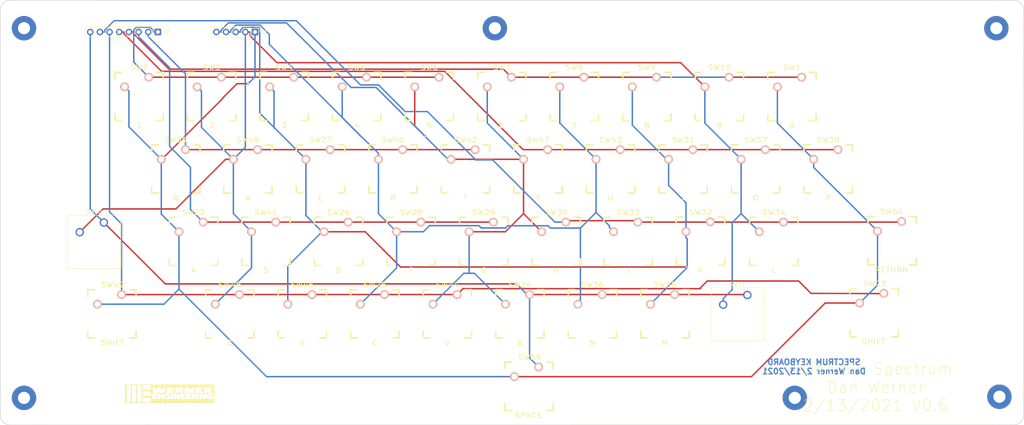
<source format=kicad_pcb>
(kicad_pcb (version 20171130) (host pcbnew "(5.1.5)-3")
  (layers (0 F.Cu signal) (31 B.Cu signal) (34 B.Paste user) (35 F.Paste user) (36 B.SilkS user) (37 F.SilkS user) (38 B.Mask user) (39 F.Mask user) (44 Edge.Cuts user))
  (net 0 "")
  (net 1 C8)
  (net 2 C7)
  (net 3 C6)
  (net 4 C5)
  (net 5 C4)
  (net 6 C3)
  (net 7 C2)
  (net 8 C1)
  (net 9 R5)
  (net 10 R4)
  (net 11 R3)
  (net 12 R2)
  (net 13 R1)
  (module logo:we_vsmall_neg (layer F.Cu) (at 79.82 202.6)
    (fp_text reference G*** hide)
    (fp_text value LOGO hide)
  )
  (module Button_Switch_Keyboard:SW_Cherry_MX_1.00u_PCB (layer F.Cu) (at 231.5 176.65)
    (fp_text reference SW11 (at -2.54 -2.794) (layer F.SilkS))
    (fp_text value SYMBOLSHIFT)
    (pad "" np_thru_hole circle (at 2.54 5.08) (size 1.7 1.7) (drill 1.7) (layers *.Cu *.Mask))
    (pad "" np_thru_hole circle (at -7.62 5.08) (size 1.7 1.7) (drill 1.7) (layers *.Cu *.Mask))
    (pad "" np_thru_hole circle (at -2.54 5.08) (size 4 4) (drill 4) (layers *.Cu *.Mask))
    (pad 2 thru_hole circle (at -6.35 2.54) (size 2.2 2.2) (drill 1.5) (layers *.Cu *.Mask) (net 12 R2))
    (pad 1 thru_hole circle (at 0 0) (size 2.2 2.2) (drill 1.5) (layers *.Cu *.Mask) (net 1 C8))
  )
  (module Button_Switch_Keyboard:SW_Cherry_MX_1.75u_PCB (layer F.Cu) (at 62.5 157.6)
    (fp_text reference SW50 (at -2.54 -2.794) (layer F.SilkS))
    (fp_text value SYMBOLSHIFT)
    (pad "" np_thru_hole circle (at 2.54 5.08) (size 1.7 1.7) (drill 1.7) (layers *.Cu *.Mask))
    (pad "" np_thru_hole circle (at -7.62 5.08) (size 1.7 1.7) (drill 1.7) (layers *.Cu *.Mask))
    (pad "" np_thru_hole circle (at -2.54 5.08) (size 4 4) (drill 4) (layers *.Cu *.Mask))
    (pad 2 thru_hole circle (at -6.35 2.54) (size 2.2 2.2) (drill 1.5) (layers *.Cu *.Mask) (net 12 R2))
    (pad 1 thru_hole circle (at 0 0) (size 2.2 2.2) (drill 1.5) (layers *.Cu *.Mask) (net 1 C8))
  )
  (module Connector_PinHeader_2.54mm:PinHeader_1x05_P2.54mm_Vertical (layer F.Cu) (at 102.2 107.5 270)
    (fp_text reference J2 (at 0 -2.33 90) (layer F.SilkS))
    (fp_text value Conn_01x05_Male)
    (pad 5 thru_hole oval (at 0 10.16 270) (size 1.7 1.7) (drill 1) (layers *.Cu *.Mask) (net 9 R5))
    (pad 4 thru_hole oval (at 0 7.62 270) (size 1.7 1.7) (drill 1) (layers *.Cu *.Mask) (net 10 R4))
    (pad 3 thru_hole oval (at 0 5.08 270) (size 1.7 1.7) (drill 1) (layers *.Cu *.Mask) (net 11 R3))
    (pad 2 thru_hole oval (at 0 2.54 270) (size 1.7 1.7) (drill 1) (layers *.Cu *.Mask) (net 12 R2))
    (pad 1 thru_hole rect (at 0 0 270) (size 1.7 1.7) (drill 1) (layers *.Cu *.Mask) (net 13 R1))
  )
  (module Connector_PinHeader_2.54mm:PinHeader_1x08_P2.54mm_Vertical (layer F.Cu) (at 76.7 107.5 270)
    (fp_text reference J1 (at 0 -2.33 90) (layer F.SilkS))
    (fp_text value Conn_01x08_Male)
    (pad 8 thru_hole oval (at 0 17.78 270) (size 1.7 1.7) (drill 1) (layers *.Cu *.Mask) (net 1 C8))
    (pad 7 thru_hole oval (at 0 15.24 270) (size 1.7 1.7) (drill 1) (layers *.Cu *.Mask) (net 2 C7))
    (pad 6 thru_hole oval (at 0 12.7 270) (size 1.7 1.7) (drill 1) (layers *.Cu *.Mask) (net 3 C6))
    (pad 5 thru_hole oval (at 0 10.16 270) (size 1.7 1.7) (drill 1) (layers *.Cu *.Mask) (net 4 C5))
    (pad 4 thru_hole oval (at 0 7.62 270) (size 1.7 1.7) (drill 1) (layers *.Cu *.Mask) (net 5 C4))
    (pad 3 thru_hole oval (at 0 5.08 270) (size 1.7 1.7) (drill 1) (layers *.Cu *.Mask) (net 6 C3))
    (pad 2 thru_hole oval (at 0 2.54 270) (size 1.7 1.7) (drill 1) (layers *.Cu *.Mask) (net 7 C2))
    (pad 1 thru_hole rect (at 0 0 270) (size 1.7 1.7) (drill 1) (layers *.Cu *.Mask) (net 8 C1))
  )
  (module MountingHole:MountingHole_3.2mm_M3_Pad (layer F.Cu) (at 165.2 106.5)
    (fp_text reference H8 hide)
    (fp_text value MountingHole)
    (pad 1 thru_hole circle (at 0 0) (size 6.4 6.4) (drill 3.2) (layers *.Cu *.Mask))
  )
  (module MountingHole:MountingHole_3.2mm_M3_Pad (layer F.Cu) (at 41.529 203.708)
    (fp_text reference H6 hide)
    (fp_text value MountingHole)
    (pad 1 thru_hole circle (at 0 0) (size 6.4 6.4) (drill 3.2) (layers *.Cu *.Mask))
  )
  (module MountingHole:MountingHole_3.2mm_M3_Pad (layer F.Cu) (at 297.7 203.4)
    (fp_text reference H5 hide)
    (fp_text value MountingHole)
    (pad 1 thru_hole circle (at 0 0) (size 6.4 6.4) (drill 3.2) (layers *.Cu *.Mask))
  )
  (module MountingHole:MountingHole_3.2mm_M3_Pad (layer F.Cu) (at 41.529 106.5)
    (fp_text reference H4 hide)
    (fp_text value MountingHole)
    (pad 1 thru_hole circle (at 0 0) (size 6.4 6.4) (drill 3.2) (layers *.Cu *.Mask))
  )
  (module MountingHole:MountingHole_3.2mm_M3_Pad (layer F.Cu) (at 243.967 203.708)
    (fp_text reference H3 hide)
    (fp_text value MountingHole)
    (pad 1 thru_hole circle (at 0 0) (size 6.4 6.4) (drill 3.2) (layers *.Cu *.Mask))
  )
  (module MountingHole:MountingHole_3.2mm_M3_Pad (layer F.Cu) (at 296.9 106.5)
    (fp_text reference H1 hide)
    (fp_text value MountingHole)
    (pad 1 thru_hole circle (at 0 0) (size 6.4 6.4) (drill 3.2) (layers *.Cu *.Mask))
  )
  (module Cherry_MX:CHERRY_PCB_100H (layer F.Cu) (at 243.205 124.46)
    (fp_text reference SW1 (at 0 -7.62) (layer F.SilkS) (effects (font (size 1.27 1.524) (thickness 0.2032))))
    (fp_text value 0 (at 0 7.62) (layer F.SilkS) (effects (font (size 1.27 1.524) (thickness 0.2032))))
    (pad 1 thru_hole circle (at 2.54 -5.08) (size 2.286 2.286) (drill 1.4986) (layers *.Cu *.SilkS *.Mask) (net 5 C4))
    (pad 2 thru_hole circle (at -3.81 -2.54) (size 2.286 2.286) (drill 1.4986) (layers *.Cu *.SilkS *.Mask) (net 13 R1))
    (pad HOLE np_thru_hole circle (at 0 0) (size 3.9878 3.9878) (drill 3.9878) (layers *.Cu))
    (pad HOLE np_thru_hole circle (at -5.08 0) (size 1.7018 1.7018) (drill 1.7018) (layers *.Cu))
    (pad HOLE np_thru_hole circle (at 5.08 0) (size 1.7018 1.7018) (drill 1.7018) (layers *.Cu))
  )
  (module Cherry_MX:CHERRY_PCB_100H (layer F.Cu) (at 71.755 124.46)
    (fp_text reference SW2 (at 0 -7.62) (layer F.SilkS) (effects (font (size 1.27 1.524) (thickness 0.2032))))
    (fp_text value 1 (at 0 7.62) (layer F.SilkS) (effects (font (size 1.27 1.524) (thickness 0.2032))))
    (pad 1 thru_hole circle (at 2.54 -5.08) (size 2.286 2.286) (drill 1.4986) (layers *.Cu *.SilkS *.Mask) (net 8 C1))
    (pad 2 thru_hole circle (at -3.81 -2.54) (size 2.286 2.286) (drill 1.4986) (layers *.Cu *.SilkS *.Mask) (net 13 R1))
    (pad HOLE np_thru_hole circle (at 0 0) (size 3.9878 3.9878) (drill 3.9878) (layers *.Cu))
    (pad HOLE np_thru_hole circle (at -5.08 0) (size 1.7018 1.7018) (drill 1.7018) (layers *.Cu))
    (pad HOLE np_thru_hole circle (at 5.08 0) (size 1.7018 1.7018) (drill 1.7018) (layers *.Cu))
  )
  (module Cherry_MX:CHERRY_PCB_100H (layer F.Cu) (at 90.805 124.46)
    (fp_text reference SW3 (at 0 -7.62) (layer F.SilkS) (effects (font (size 1.27 1.524) (thickness 0.2032))))
    (fp_text value 2 (at 0 7.62) (layer F.SilkS) (effects (font (size 1.27 1.524) (thickness 0.2032))))
    (pad 1 thru_hole circle (at 2.54 -5.08) (size 2.286 2.286) (drill 1.4986) (layers *.Cu *.SilkS *.Mask) (net 8 C1))
    (pad 2 thru_hole circle (at -3.81 -2.54) (size 2.286 2.286) (drill 1.4986) (layers *.Cu *.SilkS *.Mask) (net 12 R2))
    (pad HOLE np_thru_hole circle (at 0 0) (size 3.9878 3.9878) (drill 3.9878) (layers *.Cu))
    (pad HOLE np_thru_hole circle (at -5.08 0) (size 1.7018 1.7018) (drill 1.7018) (layers *.Cu))
    (pad HOLE np_thru_hole circle (at 5.08 0) (size 1.7018 1.7018) (drill 1.7018) (layers *.Cu))
  )
  (module Cherry_MX:CHERRY_PCB_100H (layer F.Cu) (at 109.855 124.46)
    (fp_text reference SW4 (at 0 -7.62) (layer F.SilkS) (effects (font (size 1.27 1.524) (thickness 0.2032))))
    (fp_text value 3 (at 0 7.62) (layer F.SilkS) (effects (font (size 1.27 1.524) (thickness 0.2032))))
    (pad 1 thru_hole circle (at 2.54 -5.08) (size 2.286 2.286) (drill 1.4986) (layers *.Cu *.SilkS *.Mask) (net 8 C1))
    (pad 2 thru_hole circle (at -3.81 -2.54) (size 2.286 2.286) (drill 1.4986) (layers *.Cu *.SilkS *.Mask) (net 11 R3))
    (pad HOLE np_thru_hole circle (at 0 0) (size 3.9878 3.9878) (drill 3.9878) (layers *.Cu))
    (pad HOLE np_thru_hole circle (at -5.08 0) (size 1.7018 1.7018) (drill 1.7018) (layers *.Cu))
    (pad HOLE np_thru_hole circle (at 5.08 0) (size 1.7018 1.7018) (drill 1.7018) (layers *.Cu))
  )
  (module Cherry_MX:CHERRY_PCB_100H (layer F.Cu) (at 128.905 124.46)
    (fp_text reference SW5 (at 0 -7.62) (layer F.SilkS) (effects (font (size 1.27 1.524) (thickness 0.2032))))
    (fp_text value 4 (at 0 7.62) (layer F.SilkS) (effects (font (size 1.27 1.524) (thickness 0.2032))))
    (pad 1 thru_hole circle (at 2.54 -5.08) (size 2.286 2.286) (drill 1.4986) (layers *.Cu *.SilkS *.Mask) (net 8 C1))
    (pad 2 thru_hole circle (at -3.81 -2.54) (size 2.286 2.286) (drill 1.4986) (layers *.Cu *.SilkS *.Mask) (net 10 R4))
    (pad HOLE np_thru_hole circle (at 0 0) (size 3.9878 3.9878) (drill 3.9878) (layers *.Cu))
    (pad HOLE np_thru_hole circle (at -5.08 0) (size 1.7018 1.7018) (drill 1.7018) (layers *.Cu))
    (pad HOLE np_thru_hole circle (at 5.08 0) (size 1.7018 1.7018) (drill 1.7018) (layers *.Cu))
  )
  (module Cherry_MX:CHERRY_PCB_100H (layer F.Cu) (at 147.955 124.46)
    (fp_text reference SW6 (at 0 -7.62) (layer F.SilkS) (effects (font (size 1.27 1.524) (thickness 0.2032))))
    (fp_text value 5 (at 0 7.62) (layer F.SilkS) (effects (font (size 1.27 1.524) (thickness 0.2032))))
    (pad 1 thru_hole circle (at 2.54 -5.08) (size 2.286 2.286) (drill 1.4986) (layers *.Cu *.SilkS *.Mask) (net 8 C1))
    (pad 2 thru_hole circle (at -3.81 -2.54) (size 2.286 2.286) (drill 1.4986) (layers *.Cu *.SilkS *.Mask) (net 9 R5))
    (pad HOLE np_thru_hole circle (at 0 0) (size 3.9878 3.9878) (drill 3.9878) (layers *.Cu))
    (pad HOLE np_thru_hole circle (at -5.08 0) (size 1.7018 1.7018) (drill 1.7018) (layers *.Cu))
    (pad HOLE np_thru_hole circle (at 5.08 0) (size 1.7018 1.7018) (drill 1.7018) (layers *.Cu))
  )
  (module Cherry_MX:CHERRY_PCB_100H (layer F.Cu) (at 167.005 124.46)
    (fp_text reference SW7 (at 0 -7.62) (layer F.SilkS) (effects (font (size 1.27 1.524) (thickness 0.2032))))
    (fp_text value 6 (at 0 7.62) (layer F.SilkS) (effects (font (size 1.27 1.524) (thickness 0.2032))))
    (pad 1 thru_hole circle (at 2.54 -5.08) (size 2.286 2.286) (drill 1.4986) (layers *.Cu *.SilkS *.Mask) (net 5 C4))
    (pad 2 thru_hole circle (at -3.81 -2.54) (size 2.286 2.286) (drill 1.4986) (layers *.Cu *.SilkS *.Mask) (net 9 R5))
    (pad HOLE np_thru_hole circle (at 0 0) (size 3.9878 3.9878) (drill 3.9878) (layers *.Cu))
    (pad HOLE np_thru_hole circle (at -5.08 0) (size 1.7018 1.7018) (drill 1.7018) (layers *.Cu))
    (pad HOLE np_thru_hole circle (at 5.08 0) (size 1.7018 1.7018) (drill 1.7018) (layers *.Cu))
  )
  (module Cherry_MX:CHERRY_PCB_100H (layer F.Cu) (at 186.055 124.46)
    (fp_text reference SW8 (at 0 -7.62) (layer F.SilkS) (effects (font (size 1.27 1.524) (thickness 0.2032))))
    (fp_text value 7 (at 0 7.62) (layer F.SilkS) (effects (font (size 1.27 1.524) (thickness 0.2032))))
    (pad 1 thru_hole circle (at 2.54 -5.08) (size 2.286 2.286) (drill 1.4986) (layers *.Cu *.SilkS *.Mask) (net 5 C4))
    (pad 2 thru_hole circle (at -3.81 -2.54) (size 2.286 2.286) (drill 1.4986) (layers *.Cu *.SilkS *.Mask) (net 10 R4))
    (pad HOLE np_thru_hole circle (at 0 0) (size 3.9878 3.9878) (drill 3.9878) (layers *.Cu))
    (pad HOLE np_thru_hole circle (at -5.08 0) (size 1.7018 1.7018) (drill 1.7018) (layers *.Cu))
    (pad HOLE np_thru_hole circle (at 5.08 0) (size 1.7018 1.7018) (drill 1.7018) (layers *.Cu))
  )
  (module Cherry_MX:CHERRY_PCB_100H (layer F.Cu) (at 205.105 124.46)
    (fp_text reference SW9 (at 0 -7.62) (layer F.SilkS) (effects (font (size 1.27 1.524) (thickness 0.2032))))
    (fp_text value 8 (at 0 7.62) (layer F.SilkS) (effects (font (size 1.27 1.524) (thickness 0.2032))))
    (pad 1 thru_hole circle (at 2.54 -5.08) (size 2.286 2.286) (drill 1.4986) (layers *.Cu *.SilkS *.Mask) (net 5 C4))
    (pad 2 thru_hole circle (at -3.81 -2.54) (size 2.286 2.286) (drill 1.4986) (layers *.Cu *.SilkS *.Mask) (net 11 R3))
    (pad HOLE np_thru_hole circle (at 0 0) (size 3.9878 3.9878) (drill 3.9878) (layers *.Cu))
    (pad HOLE np_thru_hole circle (at -5.08 0) (size 1.7018 1.7018) (drill 1.7018) (layers *.Cu))
    (pad HOLE np_thru_hole circle (at 5.08 0) (size 1.7018 1.7018) (drill 1.7018) (layers *.Cu))
  )
  (module Cherry_MX:CHERRY_PCB_100H (layer F.Cu) (at 224.155 124.46)
    (fp_text reference SW10 (at 0 -7.62) (layer F.SilkS) (effects (font (size 1.27 1.524) (thickness 0.2032))))
    (fp_text value 9 (at 0 7.62) (layer F.SilkS) (effects (font (size 1.27 1.524) (thickness 0.2032))))
    (pad 1 thru_hole circle (at 2.54 -5.08) (size 2.286 2.286) (drill 1.4986) (layers *.Cu *.SilkS *.Mask) (net 5 C4))
    (pad 2 thru_hole circle (at -3.81 -2.54) (size 2.286 2.286) (drill 1.4986) (layers *.Cu *.SilkS *.Mask) (net 12 R2))
    (pad HOLE np_thru_hole circle (at 0 0) (size 3.9878 3.9878) (drill 3.9878) (layers *.Cu))
    (pad HOLE np_thru_hole circle (at -5.08 0) (size 1.7018 1.7018) (drill 1.7018) (layers *.Cu))
    (pad HOLE np_thru_hole circle (at 5.08 0) (size 1.7018 1.7018) (drill 1.7018) (layers *.Cu))
  )
  (module Cherry_MX:CHERRY_PCB_100H (layer F.Cu) (at 86.0425 162.56)
    (fp_text reference SW23 (at 0 -7.62) (layer F.SilkS) (effects (font (size 1.27 1.524) (thickness 0.2032))))
    (fp_text value A (at 0 7.62) (layer F.SilkS) (effects (font (size 1.27 1.524) (thickness 0.2032))))
    (pad 1 thru_hole circle (at 2.54 -5.08) (size 2.286 2.286) (drill 1.4986) (layers *.Cu *.SilkS *.Mask) (net 6 C3))
    (pad 2 thru_hole circle (at -3.81 -2.54) (size 2.286 2.286) (drill 1.4986) (layers *.Cu *.SilkS *.Mask) (net 13 R1))
    (pad HOLE np_thru_hole circle (at 0 0) (size 3.9878 3.9878) (drill 3.9878) (layers *.Cu))
    (pad HOLE np_thru_hole circle (at -5.08 0) (size 1.7018 1.7018) (drill 1.7018) (layers *.Cu))
    (pad HOLE np_thru_hole circle (at 5.08 0) (size 1.7018 1.7018) (drill 1.7018) (layers *.Cu))
  )
  (module Cherry_MX:CHERRY_PCB_100H (layer F.Cu) (at 171.768 181.61)
    (fp_text reference SW24 (at 0 -7.62) (layer F.SilkS) (effects (font (size 1.27 1.524) (thickness 0.2032))))
    (fp_text value B (at 0 7.62) (layer F.SilkS) (effects (font (size 1.27 1.524) (thickness 0.2032))))
    (pad 1 thru_hole circle (at 2.54 -5.08) (size 2.286 2.286) (drill 1.4986) (layers *.Cu *.SilkS *.Mask) (net 1 C8))
    (pad 2 thru_hole circle (at -3.81 -2.54) (size 2.286 2.286) (drill 1.4986) (layers *.Cu *.SilkS *.Mask) (net 9 R5))
    (pad HOLE np_thru_hole circle (at 0 0) (size 3.9878 3.9878) (drill 3.9878) (layers *.Cu))
    (pad HOLE np_thru_hole circle (at -5.08 0) (size 1.7018 1.7018) (drill 1.7018) (layers *.Cu))
    (pad HOLE np_thru_hole circle (at 5.08 0) (size 1.7018 1.7018) (drill 1.7018) (layers *.Cu))
  )
  (module Cherry_MX:CHERRY_PCB_100H (layer F.Cu) (at 133.668 181.61)
    (fp_text reference SW25 (at 0 -7.62) (layer F.SilkS) (effects (font (size 1.27 1.524) (thickness 0.2032))))
    (fp_text value C (at 0 7.62) (layer F.SilkS) (effects (font (size 1.27 1.524) (thickness 0.2032))))
    (pad 1 thru_hole circle (at 2.54 -5.08) (size 2.286 2.286) (drill 1.4986) (layers *.Cu *.SilkS *.Mask) (net 3 C6))
    (pad 2 thru_hole circle (at -3.81 -2.54) (size 2.286 2.286) (drill 1.4986) (layers *.Cu *.SilkS *.Mask) (net 10 R4))
    (pad HOLE np_thru_hole circle (at 0 0) (size 3.9878 3.9878) (drill 3.9878) (layers *.Cu))
    (pad HOLE np_thru_hole circle (at -5.08 0) (size 1.7018 1.7018) (drill 1.7018) (layers *.Cu))
    (pad HOLE np_thru_hole circle (at 5.08 0) (size 1.7018 1.7018) (drill 1.7018) (layers *.Cu))
  )
  (module Cherry_MX:CHERRY_PCB_100H (layer F.Cu) (at 124.142 162.56)
    (fp_text reference SW26 (at 0 -7.62) (layer F.SilkS) (effects (font (size 1.27 1.524) (thickness 0.2032))))
    (fp_text value D (at 0 7.62) (layer F.SilkS) (effects (font (size 1.27 1.524) (thickness 0.2032))))
    (pad 1 thru_hole circle (at 2.54 -5.08) (size 2.286 2.286) (drill 1.4986) (layers *.Cu *.SilkS *.Mask) (net 6 C3))
    (pad 2 thru_hole circle (at -3.81 -2.54) (size 2.286 2.286) (drill 1.4986) (layers *.Cu *.SilkS *.Mask) (net 11 R3))
    (pad HOLE np_thru_hole circle (at 0 0) (size 3.9878 3.9878) (drill 3.9878) (layers *.Cu))
    (pad HOLE np_thru_hole circle (at -5.08 0) (size 1.7018 1.7018) (drill 1.7018) (layers *.Cu))
    (pad HOLE np_thru_hole circle (at 5.08 0) (size 1.7018 1.7018) (drill 1.7018) (layers *.Cu))
  )
  (module Cherry_MX:CHERRY_PCB_100H (layer F.Cu) (at 119.38 143.51)
    (fp_text reference SW27 (at 0 -7.62) (layer F.SilkS) (effects (font (size 1.27 1.524) (thickness 0.2032))))
    (fp_text value E (at 0 7.62) (layer F.SilkS) (effects (font (size 1.27 1.524) (thickness 0.2032))))
    (pad 1 thru_hole circle (at 2.54 -5.08) (size 2.286 2.286) (drill 1.4986) (layers *.Cu *.SilkS *.Mask) (net 7 C2))
    (pad 2 thru_hole circle (at -3.81 -2.54) (size 2.286 2.286) (drill 1.4986) (layers *.Cu *.SilkS *.Mask) (net 11 R3))
    (pad HOLE np_thru_hole circle (at 0 0) (size 3.9878 3.9878) (drill 3.9878) (layers *.Cu))
    (pad HOLE np_thru_hole circle (at -5.08 0) (size 1.7018 1.7018) (drill 1.7018) (layers *.Cu))
    (pad HOLE np_thru_hole circle (at 5.08 0) (size 1.7018 1.7018) (drill 1.7018) (layers *.Cu))
  )
  (module Cherry_MX:CHERRY_PCB_100H (layer F.Cu) (at 143.192 162.56)
    (fp_text reference SW28 (at 0 -7.62) (layer F.SilkS) (effects (font (size 1.27 1.524) (thickness 0.2032))))
    (fp_text value F (at 0 7.62) (layer F.SilkS) (effects (font (size 1.27 1.524) (thickness 0.2032))))
    (pad 1 thru_hole circle (at 2.54 -5.08) (size 2.286 2.286) (drill 1.4986) (layers *.Cu *.SilkS *.Mask) (net 6 C3))
    (pad 2 thru_hole circle (at -3.81 -2.54) (size 2.286 2.286) (drill 1.4986) (layers *.Cu *.SilkS *.Mask) (net 10 R4))
    (pad HOLE np_thru_hole circle (at 0 0) (size 3.9878 3.9878) (drill 3.9878) (layers *.Cu))
    (pad HOLE np_thru_hole circle (at -5.08 0) (size 1.7018 1.7018) (drill 1.7018) (layers *.Cu))
    (pad HOLE np_thru_hole circle (at 5.08 0) (size 1.7018 1.7018) (drill 1.7018) (layers *.Cu))
  )
  (module Cherry_MX:CHERRY_PCB_100H (layer F.Cu) (at 162.242 162.56)
    (fp_text reference SW29 (at 0 -7.62) (layer F.SilkS) (effects (font (size 1.27 1.524) (thickness 0.2032))))
    (fp_text value G (at 0 7.62) (layer F.SilkS) (effects (font (size 1.27 1.524) (thickness 0.2032))))
    (pad 1 thru_hole circle (at 2.54 -5.08) (size 2.286 2.286) (drill 1.4986) (layers *.Cu *.SilkS *.Mask) (net 6 C3))
    (pad 2 thru_hole circle (at -3.81 -2.54) (size 2.286 2.286) (drill 1.4986) (layers *.Cu *.SilkS *.Mask) (net 9 R5))
    (pad HOLE np_thru_hole circle (at 0 0) (size 3.9878 3.9878) (drill 3.9878) (layers *.Cu))
    (pad HOLE np_thru_hole circle (at -5.08 0) (size 1.7018 1.7018) (drill 1.7018) (layers *.Cu))
    (pad HOLE np_thru_hole circle (at 5.08 0) (size 1.7018 1.7018) (drill 1.7018) (layers *.Cu))
  )
  (module Cherry_MX:CHERRY_PCB_100H (layer F.Cu) (at 181.292 162.56)
    (fp_text reference SW30 (at 0 -7.62) (layer F.SilkS) (effects (font (size 1.27 1.524) (thickness 0.2032))))
    (fp_text value H (at 0 7.62) (layer F.SilkS) (effects (font (size 1.27 1.524) (thickness 0.2032))))
    (pad 1 thru_hole circle (at 2.54 -5.08) (size 2.286 2.286) (drill 1.4986) (layers *.Cu *.SilkS *.Mask) (net 2 C7))
    (pad 2 thru_hole circle (at -3.81 -2.54) (size 2.286 2.286) (drill 1.4986) (layers *.Cu *.SilkS *.Mask) (net 9 R5))
    (pad HOLE np_thru_hole circle (at 0 0) (size 3.9878 3.9878) (drill 3.9878) (layers *.Cu))
    (pad HOLE np_thru_hole circle (at -5.08 0) (size 1.7018 1.7018) (drill 1.7018) (layers *.Cu))
    (pad HOLE np_thru_hole circle (at 5.08 0) (size 1.7018 1.7018) (drill 1.7018) (layers *.Cu))
  )
  (module Cherry_MX:CHERRY_PCB_100H (layer F.Cu) (at 214.63 143.51)
    (fp_text reference SW31 (at 0 -7.62) (layer F.SilkS) (effects (font (size 1.27 1.524) (thickness 0.2032))))
    (fp_text value I (at 0 7.62) (layer F.SilkS) (effects (font (size 1.27 1.524) (thickness 0.2032))))
    (pad 1 thru_hole circle (at 2.54 -5.08) (size 2.286 2.286) (drill 1.4986) (layers *.Cu *.SilkS *.Mask) (net 4 C5))
    (pad 2 thru_hole circle (at -3.81 -2.54) (size 2.286 2.286) (drill 1.4986) (layers *.Cu *.SilkS *.Mask) (net 11 R3))
    (pad HOLE np_thru_hole circle (at 0 0) (size 3.9878 3.9878) (drill 3.9878) (layers *.Cu))
    (pad HOLE np_thru_hole circle (at -5.08 0) (size 1.7018 1.7018) (drill 1.7018) (layers *.Cu))
    (pad HOLE np_thru_hole circle (at 5.08 0) (size 1.7018 1.7018) (drill 1.7018) (layers *.Cu))
  )
  (module Cherry_MX:CHERRY_PCB_100H (layer F.Cu) (at 219.2 162.5)
    (fp_text reference SW32 (at 0 -7.62) (layer F.SilkS) (effects (font (size 1.27 1.524) (thickness 0.2032))))
    (fp_text value K (at 0 7.62) (layer F.SilkS) (effects (font (size 1.27 1.524) (thickness 0.2032))))
    (pad 1 thru_hole circle (at 2.54 -5.08) (size 2.286 2.286) (drill 1.4986) (layers *.Cu *.SilkS *.Mask) (net 2 C7))
    (pad 2 thru_hole circle (at -3.81 -2.54) (size 2.286 2.286) (drill 1.4986) (layers *.Cu *.SilkS *.Mask) (net 11 R3))
    (pad HOLE np_thru_hole circle (at 0 0) (size 3.9878 3.9878) (drill 3.9878) (layers *.Cu))
    (pad HOLE np_thru_hole circle (at -5.08 0) (size 1.7018 1.7018) (drill 1.7018) (layers *.Cu))
    (pad HOLE np_thru_hole circle (at 5.08 0) (size 1.7018 1.7018) (drill 1.7018) (layers *.Cu))
  )
  (module Cherry_MX:CHERRY_PCB_100H (layer F.Cu) (at 200.2 162.56)
    (fp_text reference SW33 (at 0 -7.62) (layer F.SilkS) (effects (font (size 1.27 1.524) (thickness 0.2032))))
    (fp_text value J (at 0 7.62) (layer F.SilkS) (effects (font (size 1.27 1.524) (thickness 0.2032))))
    (pad 1 thru_hole circle (at 2.54 -5.08) (size 2.286 2.286) (drill 1.4986) (layers *.Cu *.SilkS *.Mask) (net 2 C7))
    (pad 2 thru_hole circle (at -3.81 -2.54) (size 2.286 2.286) (drill 1.4986) (layers *.Cu *.SilkS *.Mask) (net 10 R4))
    (pad HOLE np_thru_hole circle (at 0 0) (size 3.9878 3.9878) (drill 3.9878) (layers *.Cu))
    (pad HOLE np_thru_hole circle (at -5.08 0) (size 1.7018 1.7018) (drill 1.7018) (layers *.Cu))
    (pad HOLE np_thru_hole circle (at 5.08 0) (size 1.7018 1.7018) (drill 1.7018) (layers *.Cu))
  )
  (module Cherry_MX:CHERRY_PCB_100H (layer F.Cu) (at 238.442 162.56)
    (fp_text reference SW34 (at 0 -7.62) (layer F.SilkS) (effects (font (size 1.27 1.524) (thickness 0.2032))))
    (fp_text value L (at 0 7.62) (layer F.SilkS) (effects (font (size 1.27 1.524) (thickness 0.2032))))
    (pad 1 thru_hole circle (at 2.54 -5.08) (size 2.286 2.286) (drill 1.4986) (layers *.Cu *.SilkS *.Mask) (net 2 C7))
    (pad 2 thru_hole circle (at -3.81 -2.54) (size 2.286 2.286) (drill 1.4986) (layers *.Cu *.SilkS *.Mask) (net 12 R2))
    (pad HOLE np_thru_hole circle (at 0 0) (size 3.9878 3.9878) (drill 3.9878) (layers *.Cu))
    (pad HOLE np_thru_hole circle (at -5.08 0) (size 1.7018 1.7018) (drill 1.7018) (layers *.Cu))
    (pad HOLE np_thru_hole circle (at 5.08 0) (size 1.7018 1.7018) (drill 1.7018) (layers *.Cu))
  )
  (module Cherry_MX:CHERRY_PCB_100H (layer F.Cu) (at 209.868 181.61)
    (fp_text reference SW35 (at 0 -7.62) (layer F.SilkS) (effects (font (size 1.27 1.524) (thickness 0.2032))))
    (fp_text value M (at 0 7.62) (layer F.SilkS) (effects (font (size 1.27 1.524) (thickness 0.2032))))
    (pad 1 thru_hole circle (at 2.54 -5.08) (size 2.286 2.286) (drill 1.4986) (layers *.Cu *.SilkS *.Mask) (net 1 C8))
    (pad 2 thru_hole circle (at -3.81 -2.54) (size 2.286 2.286) (drill 1.4986) (layers *.Cu *.SilkS *.Mask) (net 11 R3))
    (pad HOLE np_thru_hole circle (at 0 0) (size 3.9878 3.9878) (drill 3.9878) (layers *.Cu))
    (pad HOLE np_thru_hole circle (at -5.08 0) (size 1.7018 1.7018) (drill 1.7018) (layers *.Cu))
    (pad HOLE np_thru_hole circle (at 5.08 0) (size 1.7018 1.7018) (drill 1.7018) (layers *.Cu))
  )
  (module Cherry_MX:CHERRY_PCB_100H (layer F.Cu) (at 190.818 181.61)
    (fp_text reference SW36 (at 0 -7.62) (layer F.SilkS) (effects (font (size 1.27 1.524) (thickness 0.2032))))
    (fp_text value N (at 0 7.62) (layer F.SilkS) (effects (font (size 1.27 1.524) (thickness 0.2032))))
    (pad 1 thru_hole circle (at 2.54 -5.08) (size 2.286 2.286) (drill 1.4986) (layers *.Cu *.SilkS *.Mask) (net 1 C8))
    (pad 2 thru_hole circle (at -3.81 -2.54) (size 2.286 2.286) (drill 1.4986) (layers *.Cu *.SilkS *.Mask) (net 10 R4))
    (pad HOLE np_thru_hole circle (at 0 0) (size 3.9878 3.9878) (drill 3.9878) (layers *.Cu))
    (pad HOLE np_thru_hole circle (at -5.08 0) (size 1.7018 1.7018) (drill 1.7018) (layers *.Cu))
    (pad HOLE np_thru_hole circle (at 5.08 0) (size 1.7018 1.7018) (drill 1.7018) (layers *.Cu))
  )
  (module Cherry_MX:CHERRY_PCB_100H (layer F.Cu) (at 233.68 143.51)
    (fp_text reference SW37 (at 0 -7.62) (layer F.SilkS) (effects (font (size 1.27 1.524) (thickness 0.2032))))
    (fp_text value O (at 0 7.62) (layer F.SilkS) (effects (font (size 1.27 1.524) (thickness 0.2032))))
    (pad 1 thru_hole circle (at 2.54 -5.08) (size 2.286 2.286) (drill 1.4986) (layers *.Cu *.SilkS *.Mask) (net 4 C5))
    (pad 2 thru_hole circle (at -3.81 -2.54) (size 2.286 2.286) (drill 1.4986) (layers *.Cu *.SilkS *.Mask) (net 12 R2))
    (pad HOLE np_thru_hole circle (at 0 0) (size 3.9878 3.9878) (drill 3.9878) (layers *.Cu))
    (pad HOLE np_thru_hole circle (at -5.08 0) (size 1.7018 1.7018) (drill 1.7018) (layers *.Cu))
    (pad HOLE np_thru_hole circle (at 5.08 0) (size 1.7018 1.7018) (drill 1.7018) (layers *.Cu))
  )
  (module Cherry_MX:CHERRY_PCB_100H (layer F.Cu) (at 252.73 143.51)
    (fp_text reference SW38 (at 0 -7.62) (layer F.SilkS) (effects (font (size 1.27 1.524) (thickness 0.2032))))
    (fp_text value P (at 0 7.62) (layer F.SilkS) (effects (font (size 1.27 1.524) (thickness 0.2032))))
    (pad 1 thru_hole circle (at 2.54 -5.08) (size 2.286 2.286) (drill 1.4986) (layers *.Cu *.SilkS *.Mask) (net 4 C5))
    (pad 2 thru_hole circle (at -3.81 -2.54) (size 2.286 2.286) (drill 1.4986) (layers *.Cu *.SilkS *.Mask) (net 13 R1))
    (pad HOLE np_thru_hole circle (at 0 0) (size 3.9878 3.9878) (drill 3.9878) (layers *.Cu))
    (pad HOLE np_thru_hole circle (at -5.08 0) (size 1.7018 1.7018) (drill 1.7018) (layers *.Cu))
    (pad HOLE np_thru_hole circle (at 5.08 0) (size 1.7018 1.7018) (drill 1.7018) (layers *.Cu))
  )
  (module Cherry_MX:CHERRY_PCB_100H (layer F.Cu) (at 81.4 143.5)
    (fp_text reference SW39 (at 0 -7.62) (layer F.SilkS) (effects (font (size 1.27 1.524) (thickness 0.2032))))
    (fp_text value Q (at 0 7.62) (layer F.SilkS) (effects (font (size 1.27 1.524) (thickness 0.2032))))
    (pad 1 thru_hole circle (at 2.54 -5.08) (size 2.286 2.286) (drill 1.4986) (layers *.Cu *.SilkS *.Mask) (net 7 C2))
    (pad 2 thru_hole circle (at -3.81 -2.54) (size 2.286 2.286) (drill 1.4986) (layers *.Cu *.SilkS *.Mask) (net 13 R1))
    (pad HOLE np_thru_hole circle (at 0 0) (size 3.9878 3.9878) (drill 3.9878) (layers *.Cu))
    (pad HOLE np_thru_hole circle (at -5.08 0) (size 1.7018 1.7018) (drill 1.7018) (layers *.Cu))
    (pad HOLE np_thru_hole circle (at 5.08 0) (size 1.7018 1.7018) (drill 1.7018) (layers *.Cu))
  )
  (module Cherry_MX:CHERRY_PCB_100H (layer F.Cu) (at 138.43 143.51)
    (fp_text reference SW40 (at 0 -7.62) (layer F.SilkS) (effects (font (size 1.27 1.524) (thickness 0.2032))))
    (fp_text value R (at 0 7.62) (layer F.SilkS) (effects (font (size 1.27 1.524) (thickness 0.2032))))
    (pad 1 thru_hole circle (at 2.54 -5.08) (size 2.286 2.286) (drill 1.4986) (layers *.Cu *.SilkS *.Mask) (net 7 C2))
    (pad 2 thru_hole circle (at -3.81 -2.54) (size 2.286 2.286) (drill 1.4986) (layers *.Cu *.SilkS *.Mask) (net 10 R4))
    (pad HOLE np_thru_hole circle (at 0 0) (size 3.9878 3.9878) (drill 3.9878) (layers *.Cu))
    (pad HOLE np_thru_hole circle (at -5.08 0) (size 1.7018 1.7018) (drill 1.7018) (layers *.Cu))
    (pad HOLE np_thru_hole circle (at 5.08 0) (size 1.7018 1.7018) (drill 1.7018) (layers *.Cu))
  )
  (module Cherry_MX:CHERRY_PCB_100H (layer F.Cu) (at 105.092 162.56)
    (fp_text reference SW41 (at 0 -7.62) (layer F.SilkS) (effects (font (size 1.27 1.524) (thickness 0.2032))))
    (fp_text value S (at 0 7.62) (layer F.SilkS) (effects (font (size 1.27 1.524) (thickness 0.2032))))
    (pad 1 thru_hole circle (at 2.54 -5.08) (size 2.286 2.286) (drill 1.4986) (layers *.Cu *.SilkS *.Mask) (net 6 C3))
    (pad 2 thru_hole circle (at -3.81 -2.54) (size 2.286 2.286) (drill 1.4986) (layers *.Cu *.SilkS *.Mask) (net 12 R2))
    (pad HOLE np_thru_hole circle (at 0 0) (size 3.9878 3.9878) (drill 3.9878) (layers *.Cu))
    (pad HOLE np_thru_hole circle (at -5.08 0) (size 1.7018 1.7018) (drill 1.7018) (layers *.Cu))
    (pad HOLE np_thru_hole circle (at 5.08 0) (size 1.7018 1.7018) (drill 1.7018) (layers *.Cu))
  )
  (module Cherry_MX:CHERRY_PCB_100H (layer F.Cu) (at 157.48 143.51)
    (fp_text reference SW42 (at 0 -7.62) (layer F.SilkS) (effects (font (size 1.27 1.524) (thickness 0.2032))))
    (fp_text value T (at 0 7.62) (layer F.SilkS) (effects (font (size 1.27 1.524) (thickness 0.2032))))
    (pad 1 thru_hole circle (at 2.54 -5.08) (size 2.286 2.286) (drill 1.4986) (layers *.Cu *.SilkS *.Mask) (net 7 C2))
    (pad 2 thru_hole circle (at -3.81 -2.54) (size 2.286 2.286) (drill 1.4986) (layers *.Cu *.SilkS *.Mask) (net 9 R5))
    (pad HOLE np_thru_hole circle (at 0 0) (size 3.9878 3.9878) (drill 3.9878) (layers *.Cu))
    (pad HOLE np_thru_hole circle (at -5.08 0) (size 1.7018 1.7018) (drill 1.7018) (layers *.Cu))
    (pad HOLE np_thru_hole circle (at 5.08 0) (size 1.7018 1.7018) (drill 1.7018) (layers *.Cu))
  )
  (module Cherry_MX:CHERRY_PCB_100H (layer F.Cu) (at 195.58 143.51)
    (fp_text reference SW43 (at 0 -7.62) (layer F.SilkS) (effects (font (size 1.27 1.524) (thickness 0.2032))))
    (fp_text value U (at 0 7.62) (layer F.SilkS) (effects (font (size 1.27 1.524) (thickness 0.2032))))
    (pad 1 thru_hole circle (at 2.54 -5.08) (size 2.286 2.286) (drill 1.4986) (layers *.Cu *.SilkS *.Mask) (net 4 C5))
    (pad 2 thru_hole circle (at -3.81 -2.54) (size 2.286 2.286) (drill 1.4986) (layers *.Cu *.SilkS *.Mask) (net 10 R4))
    (pad HOLE np_thru_hole circle (at 0 0) (size 3.9878 3.9878) (drill 3.9878) (layers *.Cu))
    (pad HOLE np_thru_hole circle (at -5.08 0) (size 1.7018 1.7018) (drill 1.7018) (layers *.Cu))
    (pad HOLE np_thru_hole circle (at 5.08 0) (size 1.7018 1.7018) (drill 1.7018) (layers *.Cu))
  )
  (module Cherry_MX:CHERRY_PCB_100H (layer F.Cu) (at 152.718 181.61)
    (fp_text reference SW44 (at 0 -7.62) (layer F.SilkS) (effects (font (size 1.27 1.524) (thickness 0.2032))))
    (fp_text value V (at 0 7.62) (layer F.SilkS) (effects (font (size 1.27 1.524) (thickness 0.2032))))
    (pad 1 thru_hole circle (at 2.54 -5.08) (size 2.286 2.286) (drill 1.4986) (layers *.Cu *.SilkS *.Mask) (net 3 C6))
    (pad 2 thru_hole circle (at -3.81 -2.54) (size 2.286 2.286) (drill 1.4986) (layers *.Cu *.SilkS *.Mask) (net 9 R5))
    (pad HOLE np_thru_hole circle (at 0 0) (size 3.9878 3.9878) (drill 3.9878) (layers *.Cu))
    (pad HOLE np_thru_hole circle (at -5.08 0) (size 1.7018 1.7018) (drill 1.7018) (layers *.Cu))
    (pad HOLE np_thru_hole circle (at 5.08 0) (size 1.7018 1.7018) (drill 1.7018) (layers *.Cu))
  )
  (module Cherry_MX:CHERRY_PCB_100H (layer F.Cu) (at 100.33 143.51)
    (fp_text reference SW45 (at 0 -7.62) (layer F.SilkS) (effects (font (size 1.27 1.524) (thickness 0.2032))))
    (fp_text value W (at 0 7.62) (layer F.SilkS) (effects (font (size 1.27 1.524) (thickness 0.2032))))
    (pad 1 thru_hole circle (at 2.54 -5.08) (size 2.286 2.286) (drill 1.4986) (layers *.Cu *.SilkS *.Mask) (net 7 C2))
    (pad 2 thru_hole circle (at -3.81 -2.54) (size 2.286 2.286) (drill 1.4986) (layers *.Cu *.SilkS *.Mask) (net 12 R2))
    (pad HOLE np_thru_hole circle (at 0 0) (size 3.9878 3.9878) (drill 3.9878) (layers *.Cu))
    (pad HOLE np_thru_hole circle (at -5.08 0) (size 1.7018 1.7018) (drill 1.7018) (layers *.Cu))
    (pad HOLE np_thru_hole circle (at 5.08 0) (size 1.7018 1.7018) (drill 1.7018) (layers *.Cu))
  )
  (module Cherry_MX:CHERRY_PCB_100H (layer F.Cu) (at 114.618 181.61)
    (fp_text reference SW46 (at 0 -7.62) (layer F.SilkS) (effects (font (size 1.27 1.524) (thickness 0.2032))))
    (fp_text value X (at 0 7.62) (layer F.SilkS) (effects (font (size 1.27 1.524) (thickness 0.2032))))
    (pad 1 thru_hole circle (at 2.54 -5.08) (size 2.286 2.286) (drill 1.4986) (layers *.Cu *.SilkS *.Mask) (net 3 C6))
    (pad 2 thru_hole circle (at -3.81 -2.54) (size 2.286 2.286) (drill 1.4986) (layers *.Cu *.SilkS *.Mask) (net 11 R3))
    (pad HOLE np_thru_hole circle (at 0 0) (size 3.9878 3.9878) (drill 3.9878) (layers *.Cu))
    (pad HOLE np_thru_hole circle (at -5.08 0) (size 1.7018 1.7018) (drill 1.7018) (layers *.Cu))
    (pad HOLE np_thru_hole circle (at 5.08 0) (size 1.7018 1.7018) (drill 1.7018) (layers *.Cu))
  )
  (module Cherry_MX:CHERRY_PCB_100H (layer F.Cu) (at 176.53 143.51)
    (fp_text reference SW47 (at 0 -7.62) (layer F.SilkS) (effects (font (size 1.27 1.524) (thickness 0.2032))))
    (fp_text value Y (at 0 7.62) (layer F.SilkS) (effects (font (size 1.27 1.524) (thickness 0.2032))))
    (pad 1 thru_hole circle (at 2.54 -5.08) (size 2.286 2.286) (drill 1.4986) (layers *.Cu *.SilkS *.Mask) (net 4 C5))
    (pad 2 thru_hole circle (at -3.81 -2.54) (size 2.286 2.286) (drill 1.4986) (layers *.Cu *.SilkS *.Mask) (net 9 R5))
    (pad HOLE np_thru_hole circle (at 0 0) (size 3.9878 3.9878) (drill 3.9878) (layers *.Cu))
    (pad HOLE np_thru_hole circle (at -5.08 0) (size 1.7018 1.7018) (drill 1.7018) (layers *.Cu))
    (pad HOLE np_thru_hole circle (at 5.08 0) (size 1.7018 1.7018) (drill 1.7018) (layers *.Cu))
  )
  (module Cherry_MX:CHERRY_PCB_100H (layer F.Cu) (at 95.5675 181.61)
    (fp_text reference SW48 (at 0 -7.62) (layer F.SilkS) (effects (font (size 1.27 1.524) (thickness 0.2032))))
    (fp_text value Z (at 0 7.62) (layer F.SilkS) (effects (font (size 1.27 1.524) (thickness 0.2032))))
    (pad 1 thru_hole circle (at 2.54 -5.08) (size 2.286 2.286) (drill 1.4986) (layers *.Cu *.SilkS *.Mask) (net 3 C6))
    (pad 2 thru_hole circle (at -3.81 -2.54) (size 2.286 2.286) (drill 1.4986) (layers *.Cu *.SilkS *.Mask) (net 12 R2))
    (pad HOLE np_thru_hole circle (at 0 0) (size 3.9878 3.9878) (drill 3.9878) (layers *.Cu))
    (pad HOLE np_thru_hole circle (at -5.08 0) (size 1.7018 1.7018) (drill 1.7018) (layers *.Cu))
    (pad HOLE np_thru_hole circle (at 5.08 0) (size 1.7018 1.7018) (drill 1.7018) (layers *.Cu))
  )
  (module Cherry_MX:CHERRY_PCB_225H (layer F.Cu) (at 64.6112 181.61)
    (fp_text reference SW49 (at 0.15875 -7.62) (layer F.SilkS) (effects (font (size 1.27 1.524) (thickness 0.2032))))
    (fp_text value SHIFT (at 0.15875 7.62) (layer F.SilkS) (effects (font (size 1.27 1.524) (thickness 0.2032))))
    (pad 1 thru_hole circle (at 2.54 -5.08) (size 2.286 2.286) (drill 1.4986) (layers *.Cu *.SilkS *.Mask) (net 3 C6))
    (pad 2 thru_hole circle (at -3.81 -2.54) (size 2.286 2.286) (drill 1.4986) (layers *.Cu *.SilkS *.Mask) (net 13 R1))
    (pad HOLE np_thru_hole circle (at 0 0) (size 3.9878 3.9878) (drill 3.9878) (layers *.Cu))
    (pad HOLE np_thru_hole circle (at -5.08 0) (size 1.7018 1.7018) (drill 1.7018) (layers *.Cu))
    (pad HOLE np_thru_hole circle (at 5.08 0) (size 1.7018 1.7018) (drill 1.7018) (layers *.Cu))
    (pad HOLE np_thru_hole circle (at -11.938 -6.985) (size 3.048 3.048) (drill 3.048) (layers *.Cu))
    (pad HOLE np_thru_hole circle (at 11.938 -6.985) (size 3.048 3.048) (drill 3.048) (layers *.Cu))
    (pad HOLE np_thru_hole circle (at -11.938 8.255) (size 3.9878 3.9878) (drill 3.9878) (layers *.Cu))
    (pad HOLE np_thru_hole circle (at 11.938 8.255) (size 3.9878 3.9878) (drill 3.9878) (layers *.Cu))
  )
  (module Cherry_MX:CHERRY_PCB_225H (layer F.Cu) (at 269.5 162.4)
    (fp_text reference SW64 (at -0.15875 -7.62) (layer F.SilkS) (effects (font (size 1.27 1.524) (thickness 0.2032))))
    (fp_text value RETURN (at -0.15875 7.62) (layer F.SilkS) (effects (font (size 1.27 1.524) (thickness 0.2032))))
    (pad HOLE np_thru_hole circle (at 11.938 8.255) (size 3.9878 3.9878) (drill 3.9878) (layers *.Cu))
    (pad HOLE np_thru_hole circle (at -11.938 8.255) (size 3.9878 3.9878) (drill 3.9878) (layers *.Cu))
    (pad HOLE np_thru_hole circle (at 11.938 -6.985) (size 3.048 3.048) (drill 3.048) (layers *.Cu))
    (pad HOLE np_thru_hole circle (at -11.938 -6.985) (size 3.048 3.048) (drill 3.048) (layers *.Cu))
    (pad HOLE np_thru_hole circle (at 5.08 0) (size 1.7018 1.7018) (drill 1.7018) (layers *.Cu))
    (pad HOLE np_thru_hole circle (at -5.08 0) (size 1.7018 1.7018) (drill 1.7018) (layers *.Cu))
    (pad HOLE np_thru_hole circle (at 0 0) (size 3.9878 3.9878) (drill 3.9878) (layers *.Cu))
    (pad 2 thru_hole circle (at -3.81 -2.54) (size 2.286 2.286) (drill 1.4986) (layers *.Cu *.SilkS *.Mask) (net 13 R1))
    (pad 1 thru_hole circle (at 2.54 -5.08) (size 2.286 2.286) (drill 1.4986) (layers *.Cu *.SilkS *.Mask) (net 2 C7))
  )
  (module Cherry_MX:CHERRY_PCB_625H (layer F.Cu) (at 174.149 200.66)
    (fp_text reference SW65 (at 0.15875 -7.62) (layer F.SilkS) (effects (font (size 1.27 1.524) (thickness 0.2032))))
    (fp_text value SPACE (at -0.15875 7.62) (layer F.SilkS) (effects (font (size 1.27 1.524) (thickness 0.2032))))
    (pad 1 thru_hole circle (at 2.54 -5.08) (size 2.286 2.286) (drill 1.4986) (layers *.Cu *.SilkS *.Mask) (net 1 C8))
    (pad 2 thru_hole circle (at -3.81 -2.54) (size 2.286 2.286) (drill 1.4986) (layers *.Cu *.SilkS *.Mask) (net 13 R1))
    (pad HOLE np_thru_hole circle (at 0 0) (size 3.9878 3.9878) (drill 3.9878) (layers *.Cu))
    (pad HOLE np_thru_hole circle (at -5.08 0) (size 1.7018 1.7018) (drill 1.7018) (layers *.Cu))
    (pad HOLE np_thru_hole circle (at 5.08 0) (size 1.7018 1.7018) (drill 1.7018) (layers *.Cu))
    (pad HOLE np_thru_hole circle (at -50.038 6.985) (size 3.048 3.048) (drill 3.048) (layers *.Cu))
    (pad HOLE np_thru_hole circle (at 50.038 6.985) (size 3.048 3.048) (drill 3.048) (layers *.Cu))
    (pad HOLE np_thru_hole circle (at -50.038 -8.255) (size 3.9878 3.9878) (drill 3.9878) (layers *.Cu))
    (pad HOLE np_thru_hole circle (at 50.038 -8.255) (size 3.9878 3.9878) (drill 3.9878) (layers *.Cu))
  )
  (module Cherry_MX:CHERRY_PCB_275H (layer F.Cu) (at 264.8 181.3)
    (fp_text reference SW73 (at 0.15875 -7.62) (layer F.SilkS) (effects (font (size 1.27 1.524) (thickness 0.2032))))
    (fp_text value SHIFT (at -0.15875 7.62) (layer F.SilkS) (effects (font (size 1.27 1.524) (thickness 0.2032))))
    (pad 1 thru_hole circle (at 2.54 -5.08) (size 2.286 2.286) (drill 1.4986) (layers *.Cu *.SilkS *.Mask) (net 3 C6))
    (pad 2 thru_hole circle (at -3.81 -2.54) (size 2.286 2.286) (drill 1.4986) (layers *.Cu *.SilkS *.Mask) (net 13 R1))
    (pad HOLE np_thru_hole circle (at 0 0) (size 3.9878 3.9878) (drill 3.9878) (layers *.Cu))
    (pad HOLE np_thru_hole circle (at -5.08 0) (size 1.7018 1.7018) (drill 1.7018) (layers *.Cu))
    (pad HOLE np_thru_hole circle (at 5.08 0) (size 1.7018 1.7018) (drill 1.7018) (layers *.Cu))
    (pad HOLE np_thru_hole circle (at -11.938 -6.985) (size 3.048 3.048) (drill 3.048) (layers *.Cu))
    (pad HOLE np_thru_hole circle (at 11.938 -6.985) (size 3.048 3.048) (drill 3.048) (layers *.Cu))
    (pad HOLE np_thru_hole circle (at -11.938 8.255) (size 3.9878 3.9878) (drill 3.9878) (layers *.Cu))
    (pad HOLE np_thru_hole circle (at 11.938 8.255) (size 3.9878 3.9878) (drill 3.9878) (layers *.Cu))
  )
  (gr_line (start 304.1 101.74) (end 304.095 208.26) (layer Edge.Cuts) (width 0.15))
  (gr_line (start 35.3 101.7) (end 35.306 208.026) (layer Edge.Cuts) (width 0.15))
  (gr_arc (start 37.84 101.7) (end 35.3 101.7) (angle 90) (layer Edge.Cuts) (width 0.15))
  (gr_line (start 301.56 99.2) (end 298.4 99.2) (layer Edge.Cuts) (width 0.15))
  (gr_line (start 37.84 99.16) (end 298.4 99.2) (layer Edge.Cuts) (width 0.15))
  (gr_text "Sinclair Spectrum\nDan Werner\n2/13/2021 V0.6" (at 265.2 200.9) (layer F.SilkS) (effects (font (size 3 3))))
  (gr_text "SPECTRUM KEYBOARD\nDan Werner 2/13/2021\n" (at 249 195.5) (layer B.Cu) (effects (font (size 1.5 1.5) (thickness 0.3)) (justify mirror)))
  (gr_line (start 35.306 208.026) (end 35.306 208.28) (layer Edge.Cuts) (width 0.15))
  (gr_line (start 45.72 210.82) (end 37.846 210.82) (layer Edge.Cuts) (width 0.15))
  (gr_arc (start 301.56 101.74) (end 301.56 99.2) (angle 90) (layer Edge.Cuts) (width 0.15))
  (gr_line (start 301.555 210.8) (end 45.72 210.82) (angle 90) (layer Edge.Cuts) (width 0.15))
  (gr_arc (start 301.555 208.26) (end 304.095 208.26) (angle 90) (layer Edge.Cuts) (width 0.15))
  (gr_arc (start 37.846 208.28) (end 37.846 210.82) (angle 90) (layer Edge.Cuts) (width 0.15))
  (segment (start 58.92 107.5) (end 58.92 154.02) (width 0.375) (layer B.Cu) (net 1))
  (segment (start 58.92 154.02) (end 62.5 157.6) (width 0.375) (layer B.Cu) (net 1))
  (segment (start 174.308 176.53) (end 173.6596 176.53) (width 0.375) (layer B.Cu) (net 1))
  (segment (start 173.6596 176.53) (end 170.8671 173.7375) (width 0.375) (layer B.Cu) (net 1))
  (segment (start 176.689 195.58) (end 174.308 193.199) (width 0.375) (layer B.Cu) (net 1))
  (segment (start 174.308 193.199) (end 174.308 176.53) (width 0.375) (layer B.Cu) (net 1))
  (segment (start 62.5 157.6) (end 78.6375 173.7375) (width 0.375) (layer F.Cu) (net 1))
  (segment (start 78.6375 173.7375) (end 170.8671 173.7375) (width 0.375) (layer F.Cu) (net 1))
  (segment (start 193.358 176.53) (end 174.308 176.53) (width 0.375) (layer F.Cu) (net 1))
  (segment (start 212.408 176.53) (end 193.358 176.53) (width 0.375) (layer F.Cu) (net 1))
  (via (at 170.8671 173.7375) (size 0.6) (layers F.Cu B.Cu) (net 1))
  (segment (start 231.38 176.53) (end 231.5 176.65) (width 0.375) (layer F.Cu) (net 1))
  (segment (start 212.408 176.53) (end 231.38 176.53) (width 0.375) (layer F.Cu) (net 1))
  (segment (start 61.46 107.5) (end 62.6978 107.5) (width 0.375) (layer B.Cu) (net 2))
  (segment (start 183.832 157.48) (end 180.9594 157.48) (width 0.375) (layer B.Cu) (net 2))
  (segment (start 180.9594 157.48) (end 164.6076 141.1282) (width 0.375) (layer B.Cu) (net 2))
  (segment (start 164.6076 141.1282) (end 160.1782 141.1282) (width 0.375) (layer B.Cu) (net 2))
  (segment (start 160.1782 141.1282) (end 147.4677 128.4177) (width 0.375) (layer B.Cu) (net 2))
  (segment (start 147.4677 128.4177) (end 141.6362 128.4177) (width 0.375) (layer B.Cu) (net 2))
  (segment (start 141.6362 128.4177) (end 134.6288 121.4103) (width 0.375) (layer B.Cu) (net 2))
  (segment (start 134.6288 121.4103) (end 129.9141 121.4103) (width 0.375) (layer B.Cu) (net 2))
  (segment (start 129.9141 121.4103) (end 113.0263 104.5225) (width 0.375) (layer B.Cu) (net 2))
  (segment (start 113.0263 104.5225) (end 65.2111 104.5225) (width 0.375) (layer B.Cu) (net 2))
  (segment (start 65.2111 104.5225) (end 62.6978 107.0358) (width 0.375) (layer B.Cu) (net 2))
  (segment (start 62.6978 107.0358) (end 62.6978 107.5) (width 0.375) (layer B.Cu) (net 2))
  (segment (start 202.882 157.48) (end 202.5161 157.1141) (width 0.375) (layer F.Cu) (net 2))
  (segment (start 202.5161 157.1141) (end 184.1979 157.1141) (width 0.375) (layer F.Cu) (net 2))
  (segment (start 184.1979 157.1141) (end 183.832 157.48) (width 0.375) (layer F.Cu) (net 2))
  (segment (start 240.982 157.48) (end 221.932 157.48) (width 0.375) (layer F.Cu) (net 2))
  (segment (start 272.04 157.32) (end 271.88 157.48) (width 0.375) (layer F.Cu) (net 2))
  (segment (start 271.88 157.48) (end 240.982 157.48) (width 0.375) (layer F.Cu) (net 2))
  (segment (start 221.932 157.48) (end 202.882 157.48) (width 0.375) (layer F.Cu) (net 2))
  (segment (start 67.1512 176.53) (end 67.1512 157.9612) (width 0.375) (layer B.Cu) (net 3))
  (segment (start 67.1512 157.9612) (end 64 154.81) (width 0.375) (layer B.Cu) (net 3))
  (segment (start 64 154.81) (end 64 107.5) (width 0.375) (layer B.Cu) (net 3))
  (segment (start 98.1075 176.53) (end 98.0941 176.5434) (width 0.375) (layer F.Cu) (net 3))
  (segment (start 98.0941 176.5434) (end 67.1646 176.5434) (width 0.375) (layer F.Cu) (net 3))
  (segment (start 67.1646 176.5434) (end 67.1512 176.53) (width 0.375) (layer F.Cu) (net 3))
  (segment (start 155.258 176.53) (end 136.208 176.53) (width 0.375) (layer F.Cu) (net 3))
  (segment (start 267.34 176.22) (end 267.2675 176.2925) (width 0.375) (layer F.Cu) (net 3))
  (segment (start 219.21 174.9876) (end 156.8004 174.9876) (width 0.375) (layer F.Cu) (net 3))
  (segment (start 156.8004 174.9876) (end 155.258 176.53) (width 0.375) (layer F.Cu) (net 3))
  (segment (start 117.158 176.53) (end 136.208 176.53) (width 0.375) (layer F.Cu) (net 3))
  (segment (start 98.1075 176.53) (end 117.158 176.53) (width 0.375) (layer F.Cu) (net 3))
  (segment (start 219.21 174.9876) (end 219.21 174.73) (width 0.375) (layer F.Cu) (net 3))
  (segment (start 219.21 174.73) (end 220.96 172.98) (width 0.375) (layer F.Cu) (net 3))
  (segment (start 244.97 172.98) (end 248.21 176.22) (width 0.375) (layer F.Cu) (net 3))
  (segment (start 220.96 172.98) (end 244.97 172.98) (width 0.375) (layer F.Cu) (net 3))
  (segment (start 267.2675 176.2925) (end 248.21 176.22) (width 0.375) (layer F.Cu) (net 3))
  (segment (start 67.7778 107.5) (end 67.7778 107.9642) (width 0.375) (layer F.Cu) (net 4))
  (segment (start 67.7778 107.9642) (end 77.6627 117.8491) (width 0.375) (layer F.Cu) (net 4))
  (segment (start 77.6627 117.8491) (end 152.0327 117.8491) (width 0.375) (layer F.Cu) (net 4))
  (segment (start 152.0327 117.8491) (end 172.6136 138.43) (width 0.375) (layer F.Cu) (net 4))
  (segment (start 172.6136 138.43) (end 179.07 138.43) (width 0.375) (layer F.Cu) (net 4))
  (segment (start 179.07 138.43) (end 198.12 138.43) (width 0.375) (layer F.Cu) (net 4))
  (segment (start 66.54 107.5) (end 67.7778 107.5) (width 0.375) (layer F.Cu) (net 4))
  (segment (start 236.22 138.43) (end 217.17 138.43) (width 0.375) (layer F.Cu) (net 4))
  (segment (start 255.27 138.43) (end 236.22 138.43) (width 0.375) (layer F.Cu) (net 4))
  (segment (start 198.12 138.43) (end 217.17 138.43) (width 0.375) (layer F.Cu) (net 4))
  (segment (start 169.545 119.38) (end 167.4387 117.2737) (width 0.375) (layer F.Cu) (net 5))
  (segment (start 167.4387 117.2737) (end 79.6273 117.2737) (width 0.375) (layer F.Cu) (net 5))
  (segment (start 79.6273 117.2737) (end 70.3178 107.9642) (width 0.375) (layer F.Cu) (net 5))
  (segment (start 70.3178 107.9642) (end 70.3178 107.5) (width 0.375) (layer F.Cu) (net 5))
  (segment (start 188.595 119.38) (end 169.545 119.38) (width 0.375) (layer F.Cu) (net 5))
  (segment (start 69.08 107.5) (end 70.3178 107.5) (width 0.375) (layer F.Cu) (net 5))
  (segment (start 207.645 119.38) (end 226.695 119.38) (width 0.375) (layer B.Cu) (net 5))
  (segment (start 207.645 119.38) (end 188.595 119.38) (width 0.375) (layer F.Cu) (net 5))
  (segment (start 226.695 119.38) (end 245.745 119.38) (width 0.375) (layer F.Cu) (net 5))
  (segment (start 71.62 108.7378) (end 79.7744 116.8922) (width 0.375) (layer B.Cu) (net 6))
  (segment (start 79.7744 116.8922) (end 79.7744 137.5895) (width 0.375) (layer B.Cu) (net 6))
  (segment (start 79.7744 137.5895) (end 85.2412 143.0563) (width 0.375) (layer B.Cu) (net 6))
  (segment (start 85.2412 143.0563) (end 85.2412 154.1387) (width 0.375) (layer B.Cu) (net 6))
  (segment (start 85.2412 154.1387) (end 88.5825 157.48) (width 0.375) (layer B.Cu) (net 6))
  (segment (start 71.62 107.5) (end 71.62 108.7378) (width 0.375) (layer B.Cu) (net 6))
  (segment (start 107.632 157.48) (end 88.5825 157.48) (width 0.375) (layer F.Cu) (net 6))
  (segment (start 126.682 157.48) (end 107.632 157.48) (width 0.375) (layer F.Cu) (net 6))
  (segment (start 145.732 157.48) (end 126.682 157.48) (width 0.375) (layer F.Cu) (net 6))
  (segment (start 164.782 157.48) (end 145.732 157.48) (width 0.375) (layer F.Cu) (net 6))
  (segment (start 74.16 107.5) (end 74.16 108.7378) (width 0.375) (layer B.Cu) (net 7))
  (segment (start 83.94 138.42) (end 83.94 118.5178) (width 0.375) (layer B.Cu) (net 7))
  (segment (start 83.94 118.5178) (end 74.16 108.7378) (width 0.375) (layer B.Cu) (net 7))
  (segment (start 102.87 138.43) (end 83.95 138.43) (width 0.375) (layer F.Cu) (net 7))
  (segment (start 83.95 138.43) (end 83.94 138.42) (width 0.375) (layer F.Cu) (net 7))
  (segment (start 121.92 138.43) (end 102.87 138.43) (width 0.375) (layer F.Cu) (net 7))
  (segment (start 140.97 138.43) (end 121.92 138.43) (width 0.375) (layer F.Cu) (net 7))
  (segment (start 160.02 138.43) (end 140.97 138.43) (width 0.375) (layer F.Cu) (net 7))
  (segment (start 76.7 107.5) (end 75.4622 107.5) (width 0.375) (layer B.Cu) (net 8))
  (segment (start 74.295 119.38) (end 70.35 115.435) (width 0.375) (layer B.Cu) (net 8))
  (segment (start 70.35 115.435) (end 70.35 106.95) (width 0.375) (layer B.Cu) (net 8))
  (segment (start 70.35 106.95) (end 71.0378 106.2622) (width 0.375) (layer B.Cu) (net 8))
  (segment (start 71.0378 106.2622) (end 74.6887 106.2622) (width 0.375) (layer B.Cu) (net 8))
  (segment (start 74.6887 106.2622) (end 75.4622 107.0357) (width 0.375) (layer B.Cu) (net 8))
  (segment (start 75.4622 107.0357) (end 75.4622 107.5) (width 0.375) (layer B.Cu) (net 8))
  (segment (start 74.295 119.38) (end 93.345 119.38) (width 0.375) (layer F.Cu) (net 8))
  (segment (start 112.395 119.38) (end 93.345 119.38) (width 0.375) (layer F.Cu) (net 8))
  (segment (start 131.445 119.38) (end 112.395 119.38) (width 0.375) (layer F.Cu) (net 8))
  (segment (start 150.495 119.38) (end 131.445 119.38) (width 0.375) (layer F.Cu) (net 8))
  (segment (start 172.72 155.258) (end 177.482 160.02) (width 0.375) (layer F.Cu) (net 9))
  (segment (start 172.72 140.97) (end 172.72 155.258) (width 0.375) (layer F.Cu) (net 9))
  (segment (start 158.432 160.02) (end 167.958 160.02) (width 0.375) (layer F.Cu) (net 9))
  (segment (start 167.958 160.02) (end 172.72 155.258) (width 0.375) (layer F.Cu) (net 9))
  (segment (start 153.67 140.97) (end 172.72 140.97) (width 0.375) (layer F.Cu) (net 9))
  (segment (start 93.2778 107.5) (end 93.2778 107.0357) (width 0.375) (layer B.Cu) (net 9))
  (segment (start 93.2778 107.0357) (end 95.213 105.1005) (width 0.375) (layer B.Cu) (net 9))
  (segment (start 95.213 105.1005) (end 110.4598 105.1005) (width 0.375) (layer B.Cu) (net 9))
  (segment (start 110.4598 105.1005) (end 127.4375 122.0782) (width 0.375) (layer B.Cu) (net 9))
  (segment (start 127.4375 122.0782) (end 133.9837 122.0782) (width 0.375) (layer B.Cu) (net 9))
  (segment (start 133.9837 122.0782) (end 152.8755 140.97) (width 0.375) (layer B.Cu) (net 9))
  (segment (start 152.8755 140.97) (end 153.67 140.97) (width 0.375) (layer B.Cu) (net 9))
  (segment (start 158.432 170.9365) (end 157.0415 170.9365) (width 0.375) (layer B.Cu) (net 9))
  (segment (start 157.0415 170.9365) (end 148.908 179.07) (width 0.375) (layer B.Cu) (net 9))
  (segment (start 167.958 179.07) (end 159.8245 170.9365) (width 0.375) (layer B.Cu) (net 9))
  (segment (start 159.8245 170.9365) (end 158.432 170.9365) (width 0.375) (layer B.Cu) (net 9))
  (segment (start 158.432 170.9365) (end 158.432 160.02) (width 0.375) (layer B.Cu) (net 9))
  (segment (start 92.04 107.5) (end 93.2778 107.5) (width 0.375) (layer B.Cu) (net 9))
  (segment (start 172.72 140.97) (end 163.195 131.445) (width 0.375) (layer B.Cu) (net 9))
  (segment (start 163.195 131.445) (end 163.195 121.92) (width 0.375) (layer B.Cu) (net 9))
  (segment (start 144.145 121.92) (end 144.145 132.145) (width 0.375) (layer F.Cu) (net 9))
  (segment (start 144.145 132.145) (end 146.9 134.9) (width 0.375) (layer F.Cu) (net 9))
  (segment (start 146.9 134.9) (end 146.9 134.9) (width 0.375) (layer F.Cu) (net 9))
  (via (at 146.9 134.9) (size 0.6) (drill 0.4) (layers F.Cu B.Cu) (net 9))
  (segment (start 191.77 154.9369) (end 187.661 159.0459) (width 0.375) (layer B.Cu) (net 10))
  (segment (start 191.77 140.97) (end 191.77 154.9369) (width 0.375) (layer B.Cu) (net 10))
  (segment (start 187.661 159.0459) (end 179.7761 159.0459) (width 0.375) (layer B.Cu) (net 10))
  (segment (start 179.7761 159.0459) (end 179.1711 158.4409) (width 0.375) (layer B.Cu) (net 10))
  (segment (start 179.1711 158.4409) (end 168.5885 158.4409) (width 0.375) (layer B.Cu) (net 10))
  (segment (start 168.5885 158.4409) (end 168.0087 159.0207) (width 0.375) (layer B.Cu) (net 10))
  (segment (start 168.0087 159.0207) (end 161.6265 159.0207) (width 0.375) (layer B.Cu) (net 10))
  (segment (start 161.6265 159.0207) (end 161.0272 158.4214) (width 0.375) (layer B.Cu) (net 10))
  (segment (start 161.0272 158.4214) (end 148.022 158.4214) (width 0.375) (layer B.Cu) (net 10))
  (segment (start 148.022 158.4214) (end 146.4234 160.02) (width 0.375) (layer B.Cu) (net 10))
  (segment (start 146.4234 160.02) (end 139.382 160.02) (width 0.375) (layer B.Cu) (net 10))
  (segment (start 187.008 179.07) (end 187.661 178.417) (width 0.375) (layer B.Cu) (net 10))
  (segment (start 187.661 178.417) (end 187.661 159.0459) (width 0.375) (layer B.Cu) (net 10))
  (segment (start 182.245 121.92) (end 182.245 131.445) (width 0.375) (layer B.Cu) (net 10))
  (segment (start 182.245 131.445) (end 191.77 140.97) (width 0.375) (layer B.Cu) (net 10))
  (segment (start 134.62 140.97) (end 134.62 155.258) (width 0.375) (layer B.Cu) (net 10))
  (segment (start 134.62 155.258) (end 139.382 160.02) (width 0.375) (layer B.Cu) (net 10))
  (segment (start 95.8178 107.5) (end 95.8178 107.0358) (width 0.375) (layer B.Cu) (net 10))
  (segment (start 95.8178 107.0358) (end 97.1777 105.6759) (width 0.375) (layer B.Cu) (net 10))
  (segment (start 97.1777 105.6759) (end 103.4869 105.6759) (width 0.375) (layer B.Cu) (net 10))
  (segment (start 103.4869 105.6759) (end 105.9582 108.1472) (width 0.375) (layer B.Cu) (net 10))
  (segment (start 105.9582 108.1472) (end 105.9582 110.7253) (width 0.375) (layer B.Cu) (net 10))
  (segment (start 134.62 139.3871) (end 134.62 140.97) (width 0.375) (layer B.Cu) (net 10))
  (segment (start 129.858 179.07) (end 139.382 169.546) (width 0.375) (layer B.Cu) (net 10))
  (segment (start 139.382 169.546) (end 139.382 160.02) (width 0.375) (layer B.Cu) (net 10))
  (segment (start 94.58 107.5) (end 95.8178 107.5) (width 0.375) (layer B.Cu) (net 10))
  (segment (start 125.095 129.995) (end 129.9 134.8) (width 0.375) (layer B.Cu) (net 10))
  (segment (start 125.095 121.92) (end 125.095 129.995) (width 0.375) (layer B.Cu) (net 10))
  (segment (start 105.9582 110.7253) (end 129.9 134.8) (width 0.375) (layer B.Cu) (net 10))
  (segment (start 129.9 134.8) (end 134.62 139.3871) (width 0.375) (layer B.Cu) (net 10))
  (segment (start 195.247001 158.413901) (end 191.77 154.9369) (width 0.375) (layer B.Cu) (net 10))
  (segment (start 195.247001 158.877001) (end 195.247001 158.413901) (width 0.375) (layer B.Cu) (net 10))
  (segment (start 196.39 160.02) (end 195.247001 158.877001) (width 0.375) (layer B.Cu) (net 10))
  (segment (start 120.332 160.02) (end 131.1427 160.02) (width 0.375) (layer F.Cu) (net 11))
  (segment (start 210.2682 140.97) (end 210.82 140.97) (width 0.375) (layer B.Cu) (net 11))
  (segment (start 210.2682 140.97) (end 201.295 131.9968) (width 0.375) (layer B.Cu) (net 11))
  (segment (start 201.295 131.9968) (end 201.295 121.92) (width 0.375) (layer B.Cu) (net 11))
  (segment (start 97.12 107.5) (end 98.3578 107.5) (width 0.375) (layer B.Cu) (net 11))
  (segment (start 103.4378 128.8378) (end 103.4378 106.4893) (width 0.375) (layer B.Cu) (net 11))
  (segment (start 103.4378 106.4893) (end 103.2107 106.2622) (width 0.375) (layer B.Cu) (net 11))
  (segment (start 103.2107 106.2622) (end 99.1313 106.2622) (width 0.375) (layer B.Cu) (net 11))
  (segment (start 99.1313 106.2622) (end 98.3578 107.0357) (width 0.375) (layer B.Cu) (net 11))
  (segment (start 98.3578 107.0357) (end 98.3578 107.5) (width 0.375) (layer B.Cu) (net 11))
  (segment (start 119.8384 160.02) (end 115.57 155.7516) (width 0.375) (layer B.Cu) (net 11))
  (segment (start 115.57 155.7516) (end 115.57 140.97) (width 0.375) (layer B.Cu) (net 11))
  (segment (start 119.8384 160.02) (end 120.332 160.02) (width 0.375) (layer B.Cu) (net 11))
  (segment (start 110.808 179.07) (end 110.808 169.0504) (width 0.375) (layer B.Cu) (net 11))
  (segment (start 110.808 169.0504) (end 119.8384 160.02) (width 0.375) (layer B.Cu) (net 11))
  (segment (start 107.187999 132.587999) (end 107.5 132.9) (width 0.375) (layer B.Cu) (net 11))
  (segment (start 107.187999 123.062999) (end 107.187999 132.587999) (width 0.375) (layer B.Cu) (net 11))
  (segment (start 106.045 121.92) (end 107.187999 123.062999) (width 0.375) (layer B.Cu) (net 11))
  (segment (start 115.57 140.97) (end 107.5 132.9) (width 0.375) (layer B.Cu) (net 11))
  (segment (start 107.5 132.9) (end 103.4378 128.8378) (width 0.375) (layer B.Cu) (net 11))
  (segment (start 210.82 140.97) (end 210.82 147.82) (width 0.375) (layer B.Cu) (net 11))
  (segment (start 215.39 152.39) (end 215.39 159.96) (width 0.375) (layer B.Cu) (net 11))
  (segment (start 210.82 147.82) (end 215.39 152.39) (width 0.375) (layer B.Cu) (net 11))
  (segment (start 215.39 161.576446) (end 215.7 161.886446) (width 0.375) (layer B.Cu) (net 11))
  (segment (start 215.39 159.96) (end 215.39 161.576446) (width 0.375) (layer B.Cu) (net 11))
  (segment (start 215.7 169.428) (end 206.058 179.07) (width 0.375) (layer B.Cu) (net 11))
  (segment (start 215.7 161.886446) (end 215.7 169.428) (width 0.375) (layer B.Cu) (net 11))
  (segment (start 135.91135 164.78865) (end 140.4227 169.3) (width 0.375) (layer F.Cu) (net 11))
  (segment (start 135.91135 164.78865) (end 136.0884 164.9657) (width 0.375) (layer F.Cu) (net 11))
  (segment (start 131.1427 160.02) (end 135.91135 164.78865) (width 0.375) (layer F.Cu) (net 11))
  (segment (start 140.4227 169.3) (end 215.6 169.3) (width 0.375) (layer F.Cu) (net 11))
  (segment (start 215.6 169.3) (end 215.6 169.3) (width 0.375) (layer F.Cu) (net 11))
  (via (at 215.6 169.3) (size 0.6) (drill 0.4) (layers F.Cu B.Cu) (net 11))
  (segment (start 220.345 121.92) (end 213.9883 115.5633) (width 0.375) (layer F.Cu) (net 12))
  (segment (start 213.9883 115.5633) (end 107.9554 115.5633) (width 0.375) (layer F.Cu) (net 12))
  (segment (start 107.9554 115.5633) (end 100.8978 108.5057) (width 0.375) (layer F.Cu) (net 12))
  (segment (start 100.8978 108.5057) (end 100.8978 107.5) (width 0.375) (layer F.Cu) (net 12))
  (segment (start 96.52 140.97) (end 99.66 137.83) (width 0.375) (layer B.Cu) (net 12))
  (segment (start 99.66 137.83) (end 99.66 107.5) (width 0.375) (layer B.Cu) (net 12))
  (segment (start 101.282 160.02) (end 96.52 155.258) (width 0.375) (layer B.Cu) (net 12))
  (segment (start 96.52 155.258) (end 96.52 140.97) (width 0.375) (layer B.Cu) (net 12))
  (segment (start 91.7575 179.07) (end 101.282 169.5455) (width 0.375) (layer B.Cu) (net 12))
  (segment (start 101.282 169.5455) (end 101.282 160.02) (width 0.375) (layer B.Cu) (net 12))
  (segment (start 56.15 160.14) (end 62.2676 154.0224) (width 0.375) (layer F.Cu) (net 12))
  (segment (start 62.2676 154.0224) (end 81.4268 154.0224) (width 0.375) (layer F.Cu) (net 12))
  (segment (start 81.4268 154.0224) (end 94.4792 140.97) (width 0.375) (layer F.Cu) (net 12))
  (segment (start 94.4792 140.97) (end 96.52 140.97) (width 0.375) (layer F.Cu) (net 12))
  (segment (start 99.66 107.5) (end 100.8978 107.5) (width 0.375) (layer F.Cu) (net 12))
  (segment (start 229.87 140.97) (end 220.345 131.445) (width 0.375) (layer B.Cu) (net 12))
  (segment (start 220.345 131.445) (end 220.345 121.92) (width 0.375) (layer B.Cu) (net 12))
  (segment (start 234.632 160.02) (end 229.87 155.258) (width 0.375) (layer B.Cu) (net 12))
  (segment (start 229.87 155.258) (end 229.87 140.97) (width 0.375) (layer B.Cu) (net 12))
  (segment (start 88.137999 132.587999) (end 95.377001 139.827001) (width 0.375) (layer B.Cu) (net 12))
  (segment (start 88.137999 123.062999) (end 88.137999 132.587999) (width 0.375) (layer B.Cu) (net 12))
  (segment (start 95.377001 139.827001) (end 96.52 140.97) (width 0.375) (layer B.Cu) (net 12))
  (segment (start 86.995 121.92) (end 88.137999 123.062999) (width 0.375) (layer B.Cu) (net 12))
  (segment (start 225.15 177.634366) (end 227.52 175.264366) (width 0.375) (layer B.Cu) (net 12))
  (segment (start 225.15 179.19) (end 225.15 177.634366) (width 0.375) (layer B.Cu) (net 12))
  (segment (start 227.52 157.608) (end 229.87 155.258) (width 0.375) (layer B.Cu) (net 12))
  (segment (start 227.52 175.264366) (end 227.52 157.608) (width 0.375) (layer B.Cu) (net 12))
  (segment (start 82.2325 175.1205) (end 82.2325 160.02) (width 0.375) (layer B.Cu) (net 13))
  (segment (start 170.339 198.12) (end 105.232 198.12) (width 0.375) (layer B.Cu) (net 13))
  (segment (start 105.232 198.12) (end 82.2325 175.1205) (width 0.375) (layer B.Cu) (net 13))
  (segment (start 60.8012 179.07) (end 78.283 179.07) (width 0.375) (layer B.Cu) (net 13))
  (segment (start 78.283 179.07) (end 82.2325 175.1205) (width 0.375) (layer B.Cu) (net 13))
  (segment (start 82.2325 160.02) (end 77.59 155.3775) (width 0.375) (layer B.Cu) (net 13))
  (segment (start 77.59 155.3775) (end 77.59 140.96) (width 0.375) (layer B.Cu) (net 13))
  (segment (start 100.3873 121.0901) (end 102.2 119.2774) (width 0.375) (layer B.Cu) (net 13))
  (segment (start 102.2 119.2774) (end 102.2 107.5) (width 0.375) (layer B.Cu) (net 13))
  (segment (start 77.59 140.96) (end 77.74 140.96) (width 0.375) (layer F.Cu) (net 13))
  (segment (start 77.74 140.96) (end 93.713 124.987) (width 0.375) (layer F.Cu) (net 13))
  (segment (start 93.713 124.987) (end 93.713 124.8363) (width 0.375) (layer F.Cu) (net 13))
  (segment (start 93.713 124.8363) (end 97.4592 121.0901) (width 0.375) (layer F.Cu) (net 13))
  (segment (start 97.4592 121.0901) (end 100.3873 121.0901) (width 0.375) (layer F.Cu) (net 13))
  (segment (start 260.99 178.76) (end 251.9485 178.76) (width 0.375) (layer F.Cu) (net 13))
  (segment (start 251.9485 178.76) (end 232.5885 198.12) (width 0.375) (layer F.Cu) (net 13))
  (segment (start 232.5885 198.12) (end 170.339 198.12) (width 0.375) (layer F.Cu) (net 13))
  (segment (start 248.92 140.97) (end 239.395 131.445) (width 0.375) (layer B.Cu) (net 13))
  (segment (start 239.395 131.445) (end 239.395 121.92) (width 0.375) (layer B.Cu) (net 13))
  (segment (start 265.69 159.86) (end 248.92 143.09) (width 0.375) (layer B.Cu) (net 13))
  (segment (start 248.92 143.09) (end 248.92 140.97) (width 0.375) (layer B.Cu) (net 13))
  (segment (start 260.99 178.76) (end 265.69 174.06) (width 0.375) (layer B.Cu) (net 13))
  (segment (start 265.69 174.06) (end 265.69 159.86) (width 0.375) (layer B.Cu) (net 13))
  (via (at 100.3873 121.0901) (size 0.6) (layers F.Cu B.Cu) (net 13))
  (segment (start 76.447001 139.817001) (end 77.59 140.96) (width 0.375) (layer B.Cu) (net 13))
  (segment (start 69.087999 123.062999) (end 69.087999 132.457999) (width 0.375) (layer B.Cu) (net 13))
  (segment (start 69.087999 132.457999) (end 76.447001 139.817001) (width 0.375) (layer B.Cu) (net 13))
  (segment (start 67.945 121.92) (end 69.087999 123.062999) (width 0.375) (layer B.Cu) (net 13))
)
</source>
